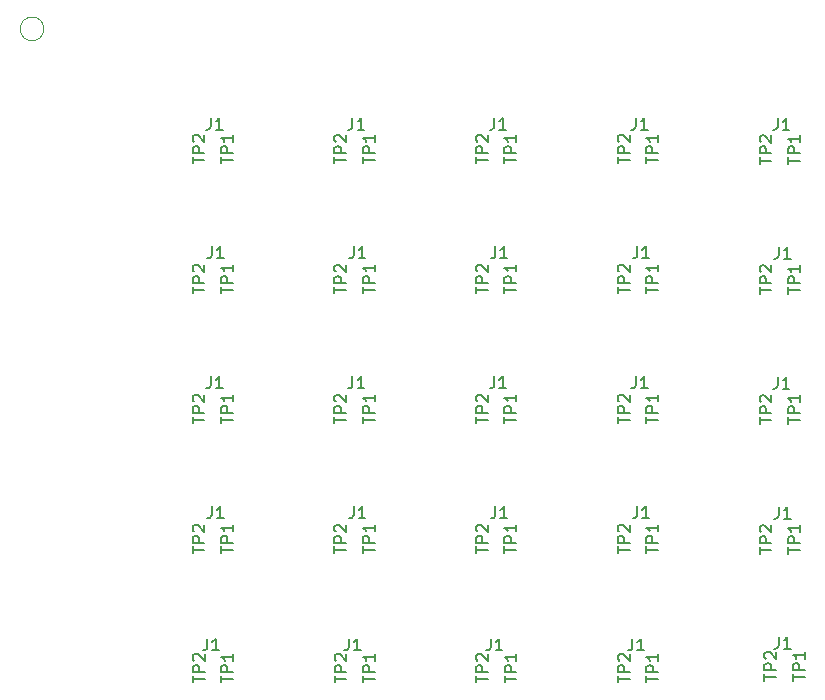
<source format=gbr>
%TF.GenerationSoftware,KiCad,Pcbnew,(6.0.0)*%
%TF.CreationDate,2022-12-07T10:36:55-05:00*%
%TF.ProjectId,onix-coax-adapter-xfl-a_panel,6f6e6978-2d63-46f6-9178-2d6164617074,A*%
%TF.SameCoordinates,Original*%
%TF.FileFunction,AssemblyDrawing,Top*%
%FSLAX46Y46*%
G04 Gerber Fmt 4.6, Leading zero omitted, Abs format (unit mm)*
G04 Created by KiCad (PCBNEW (6.0.0)) date 2022-12-07 10:36:55*
%MOMM*%
%LPD*%
G01*
G04 APERTURE LIST*
%ADD10C,0.150000*%
%ADD11C,0.100000*%
G04 APERTURE END LIST*
D10*
%TO.C,J1*%
X170026666Y-108474461D02*
X170026666Y-109188747D01*
X169979047Y-109331604D01*
X169883809Y-109426842D01*
X169740952Y-109474461D01*
X169645714Y-109474461D01*
X171026666Y-109474461D02*
X170455238Y-109474461D01*
X170740952Y-109474461D02*
X170740952Y-108474461D01*
X170645714Y-108617319D01*
X170550476Y-108712557D01*
X170455238Y-108760176D01*
X194026666Y-108474461D02*
X194026666Y-109188747D01*
X193979047Y-109331604D01*
X193883809Y-109426842D01*
X193740952Y-109474461D01*
X193645714Y-109474461D01*
X195026666Y-109474461D02*
X194455238Y-109474461D01*
X194740952Y-109474461D02*
X194740952Y-108474461D01*
X194645714Y-108617319D01*
X194550476Y-108712557D01*
X194455238Y-108760176D01*
%TO.C,TP2*%
X168798380Y-90245985D02*
X168798380Y-89674557D01*
X169798380Y-89960271D02*
X168798380Y-89960271D01*
X169798380Y-89341223D02*
X168798380Y-89341223D01*
X168798380Y-88960271D01*
X168846000Y-88865033D01*
X168893619Y-88817414D01*
X168988857Y-88769795D01*
X169131714Y-88769795D01*
X169226952Y-88817414D01*
X169274571Y-88865033D01*
X169322190Y-88960271D01*
X169322190Y-89341223D01*
X168893619Y-88388842D02*
X168846000Y-88341223D01*
X168798380Y-88245985D01*
X168798380Y-88007890D01*
X168846000Y-87912652D01*
X168893619Y-87865033D01*
X168988857Y-87817414D01*
X169084095Y-87817414D01*
X169226952Y-87865033D01*
X169798380Y-88436461D01*
X169798380Y-87817414D01*
X156798380Y-79245985D02*
X156798380Y-78674557D01*
X157798380Y-78960271D02*
X156798380Y-78960271D01*
X157798380Y-78341223D02*
X156798380Y-78341223D01*
X156798380Y-77960271D01*
X156846000Y-77865033D01*
X156893619Y-77817414D01*
X156988857Y-77769795D01*
X157131714Y-77769795D01*
X157226952Y-77817414D01*
X157274571Y-77865033D01*
X157322190Y-77960271D01*
X157322190Y-78341223D01*
X156893619Y-77388842D02*
X156846000Y-77341223D01*
X156798380Y-77245985D01*
X156798380Y-77007890D01*
X156846000Y-76912652D01*
X156893619Y-76865033D01*
X156988857Y-76817414D01*
X157084095Y-76817414D01*
X157226952Y-76865033D01*
X157798380Y-77436461D01*
X157798380Y-76817414D01*
%TO.C,TP1*%
X171198380Y-101245985D02*
X171198380Y-100674557D01*
X172198380Y-100960271D02*
X171198380Y-100960271D01*
X172198380Y-100341223D02*
X171198380Y-100341223D01*
X171198380Y-99960271D01*
X171246000Y-99865033D01*
X171293619Y-99817414D01*
X171388857Y-99769795D01*
X171531714Y-99769795D01*
X171626952Y-99817414D01*
X171674571Y-99865033D01*
X171722190Y-99960271D01*
X171722190Y-100341223D01*
X172198380Y-98817414D02*
X172198380Y-99388842D01*
X172198380Y-99103128D02*
X171198380Y-99103128D01*
X171341238Y-99198366D01*
X171436476Y-99293604D01*
X171484095Y-99388842D01*
X207198380Y-90283985D02*
X207198380Y-89712557D01*
X208198380Y-89998271D02*
X207198380Y-89998271D01*
X208198380Y-89379223D02*
X207198380Y-89379223D01*
X207198380Y-88998271D01*
X207246000Y-88903033D01*
X207293619Y-88855414D01*
X207388857Y-88807795D01*
X207531714Y-88807795D01*
X207626952Y-88855414D01*
X207674571Y-88903033D01*
X207722190Y-88998271D01*
X207722190Y-89379223D01*
X208198380Y-87855414D02*
X208198380Y-88426842D01*
X208198380Y-88141128D02*
X207198380Y-88141128D01*
X207341238Y-88236366D01*
X207436476Y-88331604D01*
X207484095Y-88426842D01*
X159198380Y-101245985D02*
X159198380Y-100674557D01*
X160198380Y-100960271D02*
X159198380Y-100960271D01*
X160198380Y-100341223D02*
X159198380Y-100341223D01*
X159198380Y-99960271D01*
X159246000Y-99865033D01*
X159293619Y-99817414D01*
X159388857Y-99769795D01*
X159531714Y-99769795D01*
X159626952Y-99817414D01*
X159674571Y-99865033D01*
X159722190Y-99960271D01*
X159722190Y-100341223D01*
X160198380Y-98817414D02*
X160198380Y-99388842D01*
X160198380Y-99103128D02*
X159198380Y-99103128D01*
X159341238Y-99198366D01*
X159436476Y-99293604D01*
X159484095Y-99388842D01*
%TO.C,J1*%
X170426666Y-75274461D02*
X170426666Y-75988747D01*
X170379047Y-76131604D01*
X170283809Y-76226842D01*
X170140952Y-76274461D01*
X170045714Y-76274461D01*
X171426666Y-76274461D02*
X170855238Y-76274461D01*
X171140952Y-76274461D02*
X171140952Y-75274461D01*
X171045714Y-75417319D01*
X170950476Y-75512557D01*
X170855238Y-75560176D01*
%TO.C,TP2*%
X156812380Y-112183985D02*
X156812380Y-111612557D01*
X157812380Y-111898271D02*
X156812380Y-111898271D01*
X157812380Y-111279223D02*
X156812380Y-111279223D01*
X156812380Y-110898271D01*
X156860000Y-110803033D01*
X156907619Y-110755414D01*
X157002857Y-110707795D01*
X157145714Y-110707795D01*
X157240952Y-110755414D01*
X157288571Y-110803033D01*
X157336190Y-110898271D01*
X157336190Y-111279223D01*
X156907619Y-110326842D02*
X156860000Y-110279223D01*
X156812380Y-110183985D01*
X156812380Y-109945890D01*
X156860000Y-109850652D01*
X156907619Y-109803033D01*
X157002857Y-109755414D01*
X157098095Y-109755414D01*
X157240952Y-109803033D01*
X157812380Y-110374461D01*
X157812380Y-109755414D01*
%TO.C,TP1*%
X195198380Y-101245985D02*
X195198380Y-100674557D01*
X196198380Y-100960271D02*
X195198380Y-100960271D01*
X196198380Y-100341223D02*
X195198380Y-100341223D01*
X195198380Y-99960271D01*
X195246000Y-99865033D01*
X195293619Y-99817414D01*
X195388857Y-99769795D01*
X195531714Y-99769795D01*
X195626952Y-99817414D01*
X195674571Y-99865033D01*
X195722190Y-99960271D01*
X195722190Y-100341223D01*
X196198380Y-98817414D02*
X196198380Y-99388842D01*
X196198380Y-99103128D02*
X195198380Y-99103128D01*
X195341238Y-99198366D01*
X195436476Y-99293604D01*
X195484095Y-99388842D01*
%TO.C,J1*%
X194426666Y-75274461D02*
X194426666Y-75988747D01*
X194379047Y-76131604D01*
X194283809Y-76226842D01*
X194140952Y-76274461D01*
X194045714Y-76274461D01*
X195426666Y-76274461D02*
X194855238Y-76274461D01*
X195140952Y-76274461D02*
X195140952Y-75274461D01*
X195045714Y-75417319D01*
X194950476Y-75512557D01*
X194855238Y-75560176D01*
%TO.C,TP2*%
X180798380Y-90245985D02*
X180798380Y-89674557D01*
X181798380Y-89960271D02*
X180798380Y-89960271D01*
X181798380Y-89341223D02*
X180798380Y-89341223D01*
X180798380Y-88960271D01*
X180846000Y-88865033D01*
X180893619Y-88817414D01*
X180988857Y-88769795D01*
X181131714Y-88769795D01*
X181226952Y-88817414D01*
X181274571Y-88865033D01*
X181322190Y-88960271D01*
X181322190Y-89341223D01*
X180893619Y-88388842D02*
X180846000Y-88341223D01*
X180798380Y-88245985D01*
X180798380Y-88007890D01*
X180846000Y-87912652D01*
X180893619Y-87865033D01*
X180988857Y-87817414D01*
X181084095Y-87817414D01*
X181226952Y-87865033D01*
X181798380Y-88436461D01*
X181798380Y-87817414D01*
%TO.C,TP1*%
X159198380Y-68245985D02*
X159198380Y-67674557D01*
X160198380Y-67960271D02*
X159198380Y-67960271D01*
X160198380Y-67341223D02*
X159198380Y-67341223D01*
X159198380Y-66960271D01*
X159246000Y-66865033D01*
X159293619Y-66817414D01*
X159388857Y-66769795D01*
X159531714Y-66769795D01*
X159626952Y-66817414D01*
X159674571Y-66865033D01*
X159722190Y-66960271D01*
X159722190Y-67341223D01*
X160198380Y-65817414D02*
X160198380Y-66388842D01*
X160198380Y-66103128D02*
X159198380Y-66103128D01*
X159341238Y-66198366D01*
X159436476Y-66293604D01*
X159484095Y-66388842D01*
%TO.C,TP2*%
X168798380Y-101245985D02*
X168798380Y-100674557D01*
X169798380Y-100960271D02*
X168798380Y-100960271D01*
X169798380Y-100341223D02*
X168798380Y-100341223D01*
X168798380Y-99960271D01*
X168846000Y-99865033D01*
X168893619Y-99817414D01*
X168988857Y-99769795D01*
X169131714Y-99769795D01*
X169226952Y-99817414D01*
X169274571Y-99865033D01*
X169322190Y-99960271D01*
X169322190Y-100341223D01*
X168893619Y-99388842D02*
X168846000Y-99341223D01*
X168798380Y-99245985D01*
X168798380Y-99007890D01*
X168846000Y-98912652D01*
X168893619Y-98865033D01*
X168988857Y-98817414D01*
X169084095Y-98817414D01*
X169226952Y-98865033D01*
X169798380Y-99436461D01*
X169798380Y-98817414D01*
%TO.C,TP1*%
X159212380Y-112183985D02*
X159212380Y-111612557D01*
X160212380Y-111898271D02*
X159212380Y-111898271D01*
X160212380Y-111279223D02*
X159212380Y-111279223D01*
X159212380Y-110898271D01*
X159260000Y-110803033D01*
X159307619Y-110755414D01*
X159402857Y-110707795D01*
X159545714Y-110707795D01*
X159640952Y-110755414D01*
X159688571Y-110803033D01*
X159736190Y-110898271D01*
X159736190Y-111279223D01*
X160212380Y-109755414D02*
X160212380Y-110326842D01*
X160212380Y-110041128D02*
X159212380Y-110041128D01*
X159355238Y-110136366D01*
X159450476Y-110231604D01*
X159498095Y-110326842D01*
%TO.C,TP2*%
X180798380Y-68245985D02*
X180798380Y-67674557D01*
X181798380Y-67960271D02*
X180798380Y-67960271D01*
X181798380Y-67341223D02*
X180798380Y-67341223D01*
X180798380Y-66960271D01*
X180846000Y-66865033D01*
X180893619Y-66817414D01*
X180988857Y-66769795D01*
X181131714Y-66769795D01*
X181226952Y-66817414D01*
X181274571Y-66865033D01*
X181322190Y-66960271D01*
X181322190Y-67341223D01*
X180893619Y-66388842D02*
X180846000Y-66341223D01*
X180798380Y-66245985D01*
X180798380Y-66007890D01*
X180846000Y-65912652D01*
X180893619Y-65865033D01*
X180988857Y-65817414D01*
X181084095Y-65817414D01*
X181226952Y-65865033D01*
X181798380Y-66436461D01*
X181798380Y-65817414D01*
%TO.C,J1*%
X182426666Y-75274461D02*
X182426666Y-75988747D01*
X182379047Y-76131604D01*
X182283809Y-76226842D01*
X182140952Y-76274461D01*
X182045714Y-76274461D01*
X183426666Y-76274461D02*
X182855238Y-76274461D01*
X183140952Y-76274461D02*
X183140952Y-75274461D01*
X183045714Y-75417319D01*
X182950476Y-75512557D01*
X182855238Y-75560176D01*
%TO.C,TP1*%
X207198380Y-101283985D02*
X207198380Y-100712557D01*
X208198380Y-100998271D02*
X207198380Y-100998271D01*
X208198380Y-100379223D02*
X207198380Y-100379223D01*
X207198380Y-99998271D01*
X207246000Y-99903033D01*
X207293619Y-99855414D01*
X207388857Y-99807795D01*
X207531714Y-99807795D01*
X207626952Y-99855414D01*
X207674571Y-99903033D01*
X207722190Y-99998271D01*
X207722190Y-100379223D01*
X208198380Y-98855414D02*
X208198380Y-99426842D01*
X208198380Y-99141128D02*
X207198380Y-99141128D01*
X207341238Y-99236366D01*
X207436476Y-99331604D01*
X207484095Y-99426842D01*
%TO.C,J1*%
X182026666Y-108474461D02*
X182026666Y-109188747D01*
X181979047Y-109331604D01*
X181883809Y-109426842D01*
X181740952Y-109474461D01*
X181645714Y-109474461D01*
X183026666Y-109474461D02*
X182455238Y-109474461D01*
X182740952Y-109474461D02*
X182740952Y-108474461D01*
X182645714Y-108617319D01*
X182550476Y-108712557D01*
X182455238Y-108760176D01*
%TO.C,TP2*%
X168812380Y-112183985D02*
X168812380Y-111612557D01*
X169812380Y-111898271D02*
X168812380Y-111898271D01*
X169812380Y-111279223D02*
X168812380Y-111279223D01*
X168812380Y-110898271D01*
X168860000Y-110803033D01*
X168907619Y-110755414D01*
X169002857Y-110707795D01*
X169145714Y-110707795D01*
X169240952Y-110755414D01*
X169288571Y-110803033D01*
X169336190Y-110898271D01*
X169336190Y-111279223D01*
X168907619Y-110326842D02*
X168860000Y-110279223D01*
X168812380Y-110183985D01*
X168812380Y-109945890D01*
X168860000Y-109850652D01*
X168907619Y-109803033D01*
X169002857Y-109755414D01*
X169098095Y-109755414D01*
X169240952Y-109803033D01*
X169812380Y-110374461D01*
X169812380Y-109755414D01*
X192798380Y-79245985D02*
X192798380Y-78674557D01*
X193798380Y-78960271D02*
X192798380Y-78960271D01*
X193798380Y-78341223D02*
X192798380Y-78341223D01*
X192798380Y-77960271D01*
X192846000Y-77865033D01*
X192893619Y-77817414D01*
X192988857Y-77769795D01*
X193131714Y-77769795D01*
X193226952Y-77817414D01*
X193274571Y-77865033D01*
X193322190Y-77960271D01*
X193322190Y-78341223D01*
X192893619Y-77388842D02*
X192846000Y-77341223D01*
X192798380Y-77245985D01*
X192798380Y-77007890D01*
X192846000Y-76912652D01*
X192893619Y-76865033D01*
X192988857Y-76817414D01*
X193084095Y-76817414D01*
X193226952Y-76865033D01*
X193798380Y-77436461D01*
X193798380Y-76817414D01*
X156798380Y-90245985D02*
X156798380Y-89674557D01*
X157798380Y-89960271D02*
X156798380Y-89960271D01*
X157798380Y-89341223D02*
X156798380Y-89341223D01*
X156798380Y-88960271D01*
X156846000Y-88865033D01*
X156893619Y-88817414D01*
X156988857Y-88769795D01*
X157131714Y-88769795D01*
X157226952Y-88817414D01*
X157274571Y-88865033D01*
X157322190Y-88960271D01*
X157322190Y-89341223D01*
X156893619Y-88388842D02*
X156846000Y-88341223D01*
X156798380Y-88245985D01*
X156798380Y-88007890D01*
X156846000Y-87912652D01*
X156893619Y-87865033D01*
X156988857Y-87817414D01*
X157084095Y-87817414D01*
X157226952Y-87865033D01*
X157798380Y-88436461D01*
X157798380Y-87817414D01*
%TO.C,TP1*%
X207612380Y-112021985D02*
X207612380Y-111450557D01*
X208612380Y-111736271D02*
X207612380Y-111736271D01*
X208612380Y-111117223D02*
X207612380Y-111117223D01*
X207612380Y-110736271D01*
X207660000Y-110641033D01*
X207707619Y-110593414D01*
X207802857Y-110545795D01*
X207945714Y-110545795D01*
X208040952Y-110593414D01*
X208088571Y-110641033D01*
X208136190Y-110736271D01*
X208136190Y-111117223D01*
X208612380Y-109593414D02*
X208612380Y-110164842D01*
X208612380Y-109879128D02*
X207612380Y-109879128D01*
X207755238Y-109974366D01*
X207850476Y-110069604D01*
X207898095Y-110164842D01*
X171198380Y-90245985D02*
X171198380Y-89674557D01*
X172198380Y-89960271D02*
X171198380Y-89960271D01*
X172198380Y-89341223D02*
X171198380Y-89341223D01*
X171198380Y-88960271D01*
X171246000Y-88865033D01*
X171293619Y-88817414D01*
X171388857Y-88769795D01*
X171531714Y-88769795D01*
X171626952Y-88817414D01*
X171674571Y-88865033D01*
X171722190Y-88960271D01*
X171722190Y-89341223D01*
X172198380Y-87817414D02*
X172198380Y-88388842D01*
X172198380Y-88103128D02*
X171198380Y-88103128D01*
X171341238Y-88198366D01*
X171436476Y-88293604D01*
X171484095Y-88388842D01*
%TO.C,J1*%
X194326666Y-64374461D02*
X194326666Y-65088747D01*
X194279047Y-65231604D01*
X194183809Y-65326842D01*
X194040952Y-65374461D01*
X193945714Y-65374461D01*
X195326666Y-65374461D02*
X194755238Y-65374461D01*
X195040952Y-65374461D02*
X195040952Y-64374461D01*
X194945714Y-64517319D01*
X194850476Y-64612557D01*
X194755238Y-64660176D01*
X182326666Y-86274461D02*
X182326666Y-86988747D01*
X182279047Y-87131604D01*
X182183809Y-87226842D01*
X182040952Y-87274461D01*
X181945714Y-87274461D01*
X183326666Y-87274461D02*
X182755238Y-87274461D01*
X183040952Y-87274461D02*
X183040952Y-86274461D01*
X182945714Y-86417319D01*
X182850476Y-86512557D01*
X182755238Y-86560176D01*
%TO.C,TP1*%
X171198380Y-68245985D02*
X171198380Y-67674557D01*
X172198380Y-67960271D02*
X171198380Y-67960271D01*
X172198380Y-67341223D02*
X171198380Y-67341223D01*
X171198380Y-66960271D01*
X171246000Y-66865033D01*
X171293619Y-66817414D01*
X171388857Y-66769795D01*
X171531714Y-66769795D01*
X171626952Y-66817414D01*
X171674571Y-66865033D01*
X171722190Y-66960271D01*
X171722190Y-67341223D01*
X172198380Y-65817414D02*
X172198380Y-66388842D01*
X172198380Y-66103128D02*
X171198380Y-66103128D01*
X171341238Y-66198366D01*
X171436476Y-66293604D01*
X171484095Y-66388842D01*
%TO.C,TP2*%
X180798380Y-101245985D02*
X180798380Y-100674557D01*
X181798380Y-100960271D02*
X180798380Y-100960271D01*
X181798380Y-100341223D02*
X180798380Y-100341223D01*
X180798380Y-99960271D01*
X180846000Y-99865033D01*
X180893619Y-99817414D01*
X180988857Y-99769795D01*
X181131714Y-99769795D01*
X181226952Y-99817414D01*
X181274571Y-99865033D01*
X181322190Y-99960271D01*
X181322190Y-100341223D01*
X180893619Y-99388842D02*
X180846000Y-99341223D01*
X180798380Y-99245985D01*
X180798380Y-99007890D01*
X180846000Y-98912652D01*
X180893619Y-98865033D01*
X180988857Y-98817414D01*
X181084095Y-98817414D01*
X181226952Y-98865033D01*
X181798380Y-99436461D01*
X181798380Y-98817414D01*
%TO.C,J1*%
X158426666Y-97274461D02*
X158426666Y-97988747D01*
X158379047Y-98131604D01*
X158283809Y-98226842D01*
X158140952Y-98274461D01*
X158045714Y-98274461D01*
X159426666Y-98274461D02*
X158855238Y-98274461D01*
X159140952Y-98274461D02*
X159140952Y-97274461D01*
X159045714Y-97417319D01*
X158950476Y-97512557D01*
X158855238Y-97560176D01*
X182426666Y-97274461D02*
X182426666Y-97988747D01*
X182379047Y-98131604D01*
X182283809Y-98226842D01*
X182140952Y-98274461D01*
X182045714Y-98274461D01*
X183426666Y-98274461D02*
X182855238Y-98274461D01*
X183140952Y-98274461D02*
X183140952Y-97274461D01*
X183045714Y-97417319D01*
X182950476Y-97512557D01*
X182855238Y-97560176D01*
%TO.C,TP2*%
X180812380Y-112183985D02*
X180812380Y-111612557D01*
X181812380Y-111898271D02*
X180812380Y-111898271D01*
X181812380Y-111279223D02*
X180812380Y-111279223D01*
X180812380Y-110898271D01*
X180860000Y-110803033D01*
X180907619Y-110755414D01*
X181002857Y-110707795D01*
X181145714Y-110707795D01*
X181240952Y-110755414D01*
X181288571Y-110803033D01*
X181336190Y-110898271D01*
X181336190Y-111279223D01*
X180907619Y-110326842D02*
X180860000Y-110279223D01*
X180812380Y-110183985D01*
X180812380Y-109945890D01*
X180860000Y-109850652D01*
X180907619Y-109803033D01*
X181002857Y-109755414D01*
X181098095Y-109755414D01*
X181240952Y-109803033D01*
X181812380Y-110374461D01*
X181812380Y-109755414D01*
%TO.C,J1*%
X206426666Y-97312461D02*
X206426666Y-98026747D01*
X206379047Y-98169604D01*
X206283809Y-98264842D01*
X206140952Y-98312461D01*
X206045714Y-98312461D01*
X207426666Y-98312461D02*
X206855238Y-98312461D01*
X207140952Y-98312461D02*
X207140952Y-97312461D01*
X207045714Y-97455319D01*
X206950476Y-97550557D01*
X206855238Y-97598176D01*
%TO.C,TP2*%
X180798380Y-79245985D02*
X180798380Y-78674557D01*
X181798380Y-78960271D02*
X180798380Y-78960271D01*
X181798380Y-78341223D02*
X180798380Y-78341223D01*
X180798380Y-77960271D01*
X180846000Y-77865033D01*
X180893619Y-77817414D01*
X180988857Y-77769795D01*
X181131714Y-77769795D01*
X181226952Y-77817414D01*
X181274571Y-77865033D01*
X181322190Y-77960271D01*
X181322190Y-78341223D01*
X180893619Y-77388842D02*
X180846000Y-77341223D01*
X180798380Y-77245985D01*
X180798380Y-77007890D01*
X180846000Y-76912652D01*
X180893619Y-76865033D01*
X180988857Y-76817414D01*
X181084095Y-76817414D01*
X181226952Y-76865033D01*
X181798380Y-77436461D01*
X181798380Y-76817414D01*
%TO.C,TP1*%
X171212380Y-112183985D02*
X171212380Y-111612557D01*
X172212380Y-111898271D02*
X171212380Y-111898271D01*
X172212380Y-111279223D02*
X171212380Y-111279223D01*
X171212380Y-110898271D01*
X171260000Y-110803033D01*
X171307619Y-110755414D01*
X171402857Y-110707795D01*
X171545714Y-110707795D01*
X171640952Y-110755414D01*
X171688571Y-110803033D01*
X171736190Y-110898271D01*
X171736190Y-111279223D01*
X172212380Y-109755414D02*
X172212380Y-110326842D01*
X172212380Y-110041128D02*
X171212380Y-110041128D01*
X171355238Y-110136366D01*
X171450476Y-110231604D01*
X171498095Y-110326842D01*
X195198380Y-68245985D02*
X195198380Y-67674557D01*
X196198380Y-67960271D02*
X195198380Y-67960271D01*
X196198380Y-67341223D02*
X195198380Y-67341223D01*
X195198380Y-66960271D01*
X195246000Y-66865033D01*
X195293619Y-66817414D01*
X195388857Y-66769795D01*
X195531714Y-66769795D01*
X195626952Y-66817414D01*
X195674571Y-66865033D01*
X195722190Y-66960271D01*
X195722190Y-67341223D01*
X196198380Y-65817414D02*
X196198380Y-66388842D01*
X196198380Y-66103128D02*
X195198380Y-66103128D01*
X195341238Y-66198366D01*
X195436476Y-66293604D01*
X195484095Y-66388842D01*
%TO.C,TP2*%
X192798380Y-90245985D02*
X192798380Y-89674557D01*
X193798380Y-89960271D02*
X192798380Y-89960271D01*
X193798380Y-89341223D02*
X192798380Y-89341223D01*
X192798380Y-88960271D01*
X192846000Y-88865033D01*
X192893619Y-88817414D01*
X192988857Y-88769795D01*
X193131714Y-88769795D01*
X193226952Y-88817414D01*
X193274571Y-88865033D01*
X193322190Y-88960271D01*
X193322190Y-89341223D01*
X192893619Y-88388842D02*
X192846000Y-88341223D01*
X192798380Y-88245985D01*
X192798380Y-88007890D01*
X192846000Y-87912652D01*
X192893619Y-87865033D01*
X192988857Y-87817414D01*
X193084095Y-87817414D01*
X193226952Y-87865033D01*
X193798380Y-88436461D01*
X193798380Y-87817414D01*
%TO.C,J1*%
X158326666Y-64374461D02*
X158326666Y-65088747D01*
X158279047Y-65231604D01*
X158183809Y-65326842D01*
X158040952Y-65374461D01*
X157945714Y-65374461D01*
X159326666Y-65374461D02*
X158755238Y-65374461D01*
X159040952Y-65374461D02*
X159040952Y-64374461D01*
X158945714Y-64517319D01*
X158850476Y-64612557D01*
X158755238Y-64660176D01*
X170326666Y-64374461D02*
X170326666Y-65088747D01*
X170279047Y-65231604D01*
X170183809Y-65326842D01*
X170040952Y-65374461D01*
X169945714Y-65374461D01*
X171326666Y-65374461D02*
X170755238Y-65374461D01*
X171040952Y-65374461D02*
X171040952Y-64374461D01*
X170945714Y-64517319D01*
X170850476Y-64612557D01*
X170755238Y-64660176D01*
%TO.C,TP2*%
X168798380Y-68245985D02*
X168798380Y-67674557D01*
X169798380Y-67960271D02*
X168798380Y-67960271D01*
X169798380Y-67341223D02*
X168798380Y-67341223D01*
X168798380Y-66960271D01*
X168846000Y-66865033D01*
X168893619Y-66817414D01*
X168988857Y-66769795D01*
X169131714Y-66769795D01*
X169226952Y-66817414D01*
X169274571Y-66865033D01*
X169322190Y-66960271D01*
X169322190Y-67341223D01*
X168893619Y-66388842D02*
X168846000Y-66341223D01*
X168798380Y-66245985D01*
X168798380Y-66007890D01*
X168846000Y-65912652D01*
X168893619Y-65865033D01*
X168988857Y-65817414D01*
X169084095Y-65817414D01*
X169226952Y-65865033D01*
X169798380Y-66436461D01*
X169798380Y-65817414D01*
X192812380Y-112183985D02*
X192812380Y-111612557D01*
X193812380Y-111898271D02*
X192812380Y-111898271D01*
X193812380Y-111279223D02*
X192812380Y-111279223D01*
X192812380Y-110898271D01*
X192860000Y-110803033D01*
X192907619Y-110755414D01*
X193002857Y-110707795D01*
X193145714Y-110707795D01*
X193240952Y-110755414D01*
X193288571Y-110803033D01*
X193336190Y-110898271D01*
X193336190Y-111279223D01*
X192907619Y-110326842D02*
X192860000Y-110279223D01*
X192812380Y-110183985D01*
X192812380Y-109945890D01*
X192860000Y-109850652D01*
X192907619Y-109803033D01*
X193002857Y-109755414D01*
X193098095Y-109755414D01*
X193240952Y-109803033D01*
X193812380Y-110374461D01*
X193812380Y-109755414D01*
%TO.C,J1*%
X182326666Y-64374461D02*
X182326666Y-65088747D01*
X182279047Y-65231604D01*
X182183809Y-65326842D01*
X182040952Y-65374461D01*
X181945714Y-65374461D01*
X183326666Y-65374461D02*
X182755238Y-65374461D01*
X183040952Y-65374461D02*
X183040952Y-64374461D01*
X182945714Y-64517319D01*
X182850476Y-64612557D01*
X182755238Y-64660176D01*
%TO.C,TP1*%
X207198380Y-68283985D02*
X207198380Y-67712557D01*
X208198380Y-67998271D02*
X207198380Y-67998271D01*
X208198380Y-67379223D02*
X207198380Y-67379223D01*
X207198380Y-66998271D01*
X207246000Y-66903033D01*
X207293619Y-66855414D01*
X207388857Y-66807795D01*
X207531714Y-66807795D01*
X207626952Y-66855414D01*
X207674571Y-66903033D01*
X207722190Y-66998271D01*
X207722190Y-67379223D01*
X208198380Y-65855414D02*
X208198380Y-66426842D01*
X208198380Y-66141128D02*
X207198380Y-66141128D01*
X207341238Y-66236366D01*
X207436476Y-66331604D01*
X207484095Y-66426842D01*
%TO.C,J1*%
X206326666Y-86312461D02*
X206326666Y-87026747D01*
X206279047Y-87169604D01*
X206183809Y-87264842D01*
X206040952Y-87312461D01*
X205945714Y-87312461D01*
X207326666Y-87312461D02*
X206755238Y-87312461D01*
X207040952Y-87312461D02*
X207040952Y-86312461D01*
X206945714Y-86455319D01*
X206850476Y-86550557D01*
X206755238Y-86598176D01*
%TO.C,TP1*%
X183198380Y-68245985D02*
X183198380Y-67674557D01*
X184198380Y-67960271D02*
X183198380Y-67960271D01*
X184198380Y-67341223D02*
X183198380Y-67341223D01*
X183198380Y-66960271D01*
X183246000Y-66865033D01*
X183293619Y-66817414D01*
X183388857Y-66769795D01*
X183531714Y-66769795D01*
X183626952Y-66817414D01*
X183674571Y-66865033D01*
X183722190Y-66960271D01*
X183722190Y-67341223D01*
X184198380Y-65817414D02*
X184198380Y-66388842D01*
X184198380Y-66103128D02*
X183198380Y-66103128D01*
X183341238Y-66198366D01*
X183436476Y-66293604D01*
X183484095Y-66388842D01*
%TO.C,J1*%
X206426666Y-75312461D02*
X206426666Y-76026747D01*
X206379047Y-76169604D01*
X206283809Y-76264842D01*
X206140952Y-76312461D01*
X206045714Y-76312461D01*
X207426666Y-76312461D02*
X206855238Y-76312461D01*
X207140952Y-76312461D02*
X207140952Y-75312461D01*
X207045714Y-75455319D01*
X206950476Y-75550557D01*
X206855238Y-75598176D01*
%TO.C,TP2*%
X192798380Y-101245985D02*
X192798380Y-100674557D01*
X193798380Y-100960271D02*
X192798380Y-100960271D01*
X193798380Y-100341223D02*
X192798380Y-100341223D01*
X192798380Y-99960271D01*
X192846000Y-99865033D01*
X192893619Y-99817414D01*
X192988857Y-99769795D01*
X193131714Y-99769795D01*
X193226952Y-99817414D01*
X193274571Y-99865033D01*
X193322190Y-99960271D01*
X193322190Y-100341223D01*
X192893619Y-99388842D02*
X192846000Y-99341223D01*
X192798380Y-99245985D01*
X192798380Y-99007890D01*
X192846000Y-98912652D01*
X192893619Y-98865033D01*
X192988857Y-98817414D01*
X193084095Y-98817414D01*
X193226952Y-98865033D01*
X193798380Y-99436461D01*
X193798380Y-98817414D01*
X192798380Y-68245985D02*
X192798380Y-67674557D01*
X193798380Y-67960271D02*
X192798380Y-67960271D01*
X193798380Y-67341223D02*
X192798380Y-67341223D01*
X192798380Y-66960271D01*
X192846000Y-66865033D01*
X192893619Y-66817414D01*
X192988857Y-66769795D01*
X193131714Y-66769795D01*
X193226952Y-66817414D01*
X193274571Y-66865033D01*
X193322190Y-66960271D01*
X193322190Y-67341223D01*
X192893619Y-66388842D02*
X192846000Y-66341223D01*
X192798380Y-66245985D01*
X192798380Y-66007890D01*
X192846000Y-65912652D01*
X192893619Y-65865033D01*
X192988857Y-65817414D01*
X193084095Y-65817414D01*
X193226952Y-65865033D01*
X193798380Y-66436461D01*
X193798380Y-65817414D01*
%TO.C,J1*%
X194326666Y-86274461D02*
X194326666Y-86988747D01*
X194279047Y-87131604D01*
X194183809Y-87226842D01*
X194040952Y-87274461D01*
X193945714Y-87274461D01*
X195326666Y-87274461D02*
X194755238Y-87274461D01*
X195040952Y-87274461D02*
X195040952Y-86274461D01*
X194945714Y-86417319D01*
X194850476Y-86512557D01*
X194755238Y-86560176D01*
%TO.C,TP2*%
X168798380Y-79245985D02*
X168798380Y-78674557D01*
X169798380Y-78960271D02*
X168798380Y-78960271D01*
X169798380Y-78341223D02*
X168798380Y-78341223D01*
X168798380Y-77960271D01*
X168846000Y-77865033D01*
X168893619Y-77817414D01*
X168988857Y-77769795D01*
X169131714Y-77769795D01*
X169226952Y-77817414D01*
X169274571Y-77865033D01*
X169322190Y-77960271D01*
X169322190Y-78341223D01*
X168893619Y-77388842D02*
X168846000Y-77341223D01*
X168798380Y-77245985D01*
X168798380Y-77007890D01*
X168846000Y-76912652D01*
X168893619Y-76865033D01*
X168988857Y-76817414D01*
X169084095Y-76817414D01*
X169226952Y-76865033D01*
X169798380Y-77436461D01*
X169798380Y-76817414D01*
X156798380Y-68245985D02*
X156798380Y-67674557D01*
X157798380Y-67960271D02*
X156798380Y-67960271D01*
X157798380Y-67341223D02*
X156798380Y-67341223D01*
X156798380Y-66960271D01*
X156846000Y-66865033D01*
X156893619Y-66817414D01*
X156988857Y-66769795D01*
X157131714Y-66769795D01*
X157226952Y-66817414D01*
X157274571Y-66865033D01*
X157322190Y-66960271D01*
X157322190Y-67341223D01*
X156893619Y-66388842D02*
X156846000Y-66341223D01*
X156798380Y-66245985D01*
X156798380Y-66007890D01*
X156846000Y-65912652D01*
X156893619Y-65865033D01*
X156988857Y-65817414D01*
X157084095Y-65817414D01*
X157226952Y-65865033D01*
X157798380Y-66436461D01*
X157798380Y-65817414D01*
%TO.C,TP1*%
X183212380Y-112183985D02*
X183212380Y-111612557D01*
X184212380Y-111898271D02*
X183212380Y-111898271D01*
X184212380Y-111279223D02*
X183212380Y-111279223D01*
X183212380Y-110898271D01*
X183260000Y-110803033D01*
X183307619Y-110755414D01*
X183402857Y-110707795D01*
X183545714Y-110707795D01*
X183640952Y-110755414D01*
X183688571Y-110803033D01*
X183736190Y-110898271D01*
X183736190Y-111279223D01*
X184212380Y-109755414D02*
X184212380Y-110326842D01*
X184212380Y-110041128D02*
X183212380Y-110041128D01*
X183355238Y-110136366D01*
X183450476Y-110231604D01*
X183498095Y-110326842D01*
%TO.C,J1*%
X206326666Y-64412461D02*
X206326666Y-65126747D01*
X206279047Y-65269604D01*
X206183809Y-65364842D01*
X206040952Y-65412461D01*
X205945714Y-65412461D01*
X207326666Y-65412461D02*
X206755238Y-65412461D01*
X207040952Y-65412461D02*
X207040952Y-64412461D01*
X206945714Y-64555319D01*
X206850476Y-64650557D01*
X206755238Y-64698176D01*
%TO.C,TP1*%
X195212380Y-112183985D02*
X195212380Y-111612557D01*
X196212380Y-111898271D02*
X195212380Y-111898271D01*
X196212380Y-111279223D02*
X195212380Y-111279223D01*
X195212380Y-110898271D01*
X195260000Y-110803033D01*
X195307619Y-110755414D01*
X195402857Y-110707795D01*
X195545714Y-110707795D01*
X195640952Y-110755414D01*
X195688571Y-110803033D01*
X195736190Y-110898271D01*
X195736190Y-111279223D01*
X196212380Y-109755414D02*
X196212380Y-110326842D01*
X196212380Y-110041128D02*
X195212380Y-110041128D01*
X195355238Y-110136366D01*
X195450476Y-110231604D01*
X195498095Y-110326842D01*
%TO.C,J1*%
X158026666Y-108474461D02*
X158026666Y-109188747D01*
X157979047Y-109331604D01*
X157883809Y-109426842D01*
X157740952Y-109474461D01*
X157645714Y-109474461D01*
X159026666Y-109474461D02*
X158455238Y-109474461D01*
X158740952Y-109474461D02*
X158740952Y-108474461D01*
X158645714Y-108617319D01*
X158550476Y-108712557D01*
X158455238Y-108760176D01*
%TO.C,TP1*%
X207198380Y-79283985D02*
X207198380Y-78712557D01*
X208198380Y-78998271D02*
X207198380Y-78998271D01*
X208198380Y-78379223D02*
X207198380Y-78379223D01*
X207198380Y-77998271D01*
X207246000Y-77903033D01*
X207293619Y-77855414D01*
X207388857Y-77807795D01*
X207531714Y-77807795D01*
X207626952Y-77855414D01*
X207674571Y-77903033D01*
X207722190Y-77998271D01*
X207722190Y-78379223D01*
X208198380Y-76855414D02*
X208198380Y-77426842D01*
X208198380Y-77141128D02*
X207198380Y-77141128D01*
X207341238Y-77236366D01*
X207436476Y-77331604D01*
X207484095Y-77426842D01*
%TO.C,J1*%
X194426666Y-97274461D02*
X194426666Y-97988747D01*
X194379047Y-98131604D01*
X194283809Y-98226842D01*
X194140952Y-98274461D01*
X194045714Y-98274461D01*
X195426666Y-98274461D02*
X194855238Y-98274461D01*
X195140952Y-98274461D02*
X195140952Y-97274461D01*
X195045714Y-97417319D01*
X194950476Y-97512557D01*
X194855238Y-97560176D01*
X158326666Y-86274461D02*
X158326666Y-86988747D01*
X158279047Y-87131604D01*
X158183809Y-87226842D01*
X158040952Y-87274461D01*
X157945714Y-87274461D01*
X159326666Y-87274461D02*
X158755238Y-87274461D01*
X159040952Y-87274461D02*
X159040952Y-86274461D01*
X158945714Y-86417319D01*
X158850476Y-86512557D01*
X158755238Y-86560176D01*
%TO.C,TP2*%
X204798380Y-68283985D02*
X204798380Y-67712557D01*
X205798380Y-67998271D02*
X204798380Y-67998271D01*
X205798380Y-67379223D02*
X204798380Y-67379223D01*
X204798380Y-66998271D01*
X204846000Y-66903033D01*
X204893619Y-66855414D01*
X204988857Y-66807795D01*
X205131714Y-66807795D01*
X205226952Y-66855414D01*
X205274571Y-66903033D01*
X205322190Y-66998271D01*
X205322190Y-67379223D01*
X204893619Y-66426842D02*
X204846000Y-66379223D01*
X204798380Y-66283985D01*
X204798380Y-66045890D01*
X204846000Y-65950652D01*
X204893619Y-65903033D01*
X204988857Y-65855414D01*
X205084095Y-65855414D01*
X205226952Y-65903033D01*
X205798380Y-66474461D01*
X205798380Y-65855414D01*
%TO.C,J1*%
X170326666Y-86274461D02*
X170326666Y-86988747D01*
X170279047Y-87131604D01*
X170183809Y-87226842D01*
X170040952Y-87274461D01*
X169945714Y-87274461D01*
X171326666Y-87274461D02*
X170755238Y-87274461D01*
X171040952Y-87274461D02*
X171040952Y-86274461D01*
X170945714Y-86417319D01*
X170850476Y-86512557D01*
X170755238Y-86560176D01*
%TO.C,TP1*%
X195198380Y-79245985D02*
X195198380Y-78674557D01*
X196198380Y-78960271D02*
X195198380Y-78960271D01*
X196198380Y-78341223D02*
X195198380Y-78341223D01*
X195198380Y-77960271D01*
X195246000Y-77865033D01*
X195293619Y-77817414D01*
X195388857Y-77769795D01*
X195531714Y-77769795D01*
X195626952Y-77817414D01*
X195674571Y-77865033D01*
X195722190Y-77960271D01*
X195722190Y-78341223D01*
X196198380Y-76817414D02*
X196198380Y-77388842D01*
X196198380Y-77103128D02*
X195198380Y-77103128D01*
X195341238Y-77198366D01*
X195436476Y-77293604D01*
X195484095Y-77388842D01*
%TO.C,J1*%
X206426666Y-108312461D02*
X206426666Y-109026747D01*
X206379047Y-109169604D01*
X206283809Y-109264842D01*
X206140952Y-109312461D01*
X206045714Y-109312461D01*
X207426666Y-109312461D02*
X206855238Y-109312461D01*
X207140952Y-109312461D02*
X207140952Y-108312461D01*
X207045714Y-108455319D01*
X206950476Y-108550557D01*
X206855238Y-108598176D01*
%TO.C,TP1*%
X171198380Y-79245985D02*
X171198380Y-78674557D01*
X172198380Y-78960271D02*
X171198380Y-78960271D01*
X172198380Y-78341223D02*
X171198380Y-78341223D01*
X171198380Y-77960271D01*
X171246000Y-77865033D01*
X171293619Y-77817414D01*
X171388857Y-77769795D01*
X171531714Y-77769795D01*
X171626952Y-77817414D01*
X171674571Y-77865033D01*
X171722190Y-77960271D01*
X171722190Y-78341223D01*
X172198380Y-76817414D02*
X172198380Y-77388842D01*
X172198380Y-77103128D02*
X171198380Y-77103128D01*
X171341238Y-77198366D01*
X171436476Y-77293604D01*
X171484095Y-77388842D01*
%TO.C,J1*%
X170426666Y-97274461D02*
X170426666Y-97988747D01*
X170379047Y-98131604D01*
X170283809Y-98226842D01*
X170140952Y-98274461D01*
X170045714Y-98274461D01*
X171426666Y-98274461D02*
X170855238Y-98274461D01*
X171140952Y-98274461D02*
X171140952Y-97274461D01*
X171045714Y-97417319D01*
X170950476Y-97512557D01*
X170855238Y-97560176D01*
%TO.C,TP2*%
X204798380Y-79283985D02*
X204798380Y-78712557D01*
X205798380Y-78998271D02*
X204798380Y-78998271D01*
X205798380Y-78379223D02*
X204798380Y-78379223D01*
X204798380Y-77998271D01*
X204846000Y-77903033D01*
X204893619Y-77855414D01*
X204988857Y-77807795D01*
X205131714Y-77807795D01*
X205226952Y-77855414D01*
X205274571Y-77903033D01*
X205322190Y-77998271D01*
X205322190Y-78379223D01*
X204893619Y-77426842D02*
X204846000Y-77379223D01*
X204798380Y-77283985D01*
X204798380Y-77045890D01*
X204846000Y-76950652D01*
X204893619Y-76903033D01*
X204988857Y-76855414D01*
X205084095Y-76855414D01*
X205226952Y-76903033D01*
X205798380Y-77474461D01*
X205798380Y-76855414D01*
X204798380Y-90283985D02*
X204798380Y-89712557D01*
X205798380Y-89998271D02*
X204798380Y-89998271D01*
X205798380Y-89379223D02*
X204798380Y-89379223D01*
X204798380Y-88998271D01*
X204846000Y-88903033D01*
X204893619Y-88855414D01*
X204988857Y-88807795D01*
X205131714Y-88807795D01*
X205226952Y-88855414D01*
X205274571Y-88903033D01*
X205322190Y-88998271D01*
X205322190Y-89379223D01*
X204893619Y-88426842D02*
X204846000Y-88379223D01*
X204798380Y-88283985D01*
X204798380Y-88045890D01*
X204846000Y-87950652D01*
X204893619Y-87903033D01*
X204988857Y-87855414D01*
X205084095Y-87855414D01*
X205226952Y-87903033D01*
X205798380Y-88474461D01*
X205798380Y-87855414D01*
%TO.C,J1*%
X158426666Y-75274461D02*
X158426666Y-75988747D01*
X158379047Y-76131604D01*
X158283809Y-76226842D01*
X158140952Y-76274461D01*
X158045714Y-76274461D01*
X159426666Y-76274461D02*
X158855238Y-76274461D01*
X159140952Y-76274461D02*
X159140952Y-75274461D01*
X159045714Y-75417319D01*
X158950476Y-75512557D01*
X158855238Y-75560176D01*
%TO.C,TP1*%
X159198380Y-90245985D02*
X159198380Y-89674557D01*
X160198380Y-89960271D02*
X159198380Y-89960271D01*
X160198380Y-89341223D02*
X159198380Y-89341223D01*
X159198380Y-88960271D01*
X159246000Y-88865033D01*
X159293619Y-88817414D01*
X159388857Y-88769795D01*
X159531714Y-88769795D01*
X159626952Y-88817414D01*
X159674571Y-88865033D01*
X159722190Y-88960271D01*
X159722190Y-89341223D01*
X160198380Y-87817414D02*
X160198380Y-88388842D01*
X160198380Y-88103128D02*
X159198380Y-88103128D01*
X159341238Y-88198366D01*
X159436476Y-88293604D01*
X159484095Y-88388842D01*
%TO.C,TP2*%
X156798380Y-101245985D02*
X156798380Y-100674557D01*
X157798380Y-100960271D02*
X156798380Y-100960271D01*
X157798380Y-100341223D02*
X156798380Y-100341223D01*
X156798380Y-99960271D01*
X156846000Y-99865033D01*
X156893619Y-99817414D01*
X156988857Y-99769795D01*
X157131714Y-99769795D01*
X157226952Y-99817414D01*
X157274571Y-99865033D01*
X157322190Y-99960271D01*
X157322190Y-100341223D01*
X156893619Y-99388842D02*
X156846000Y-99341223D01*
X156798380Y-99245985D01*
X156798380Y-99007890D01*
X156846000Y-98912652D01*
X156893619Y-98865033D01*
X156988857Y-98817414D01*
X157084095Y-98817414D01*
X157226952Y-98865033D01*
X157798380Y-99436461D01*
X157798380Y-98817414D01*
%TO.C,TP1*%
X195198380Y-90245985D02*
X195198380Y-89674557D01*
X196198380Y-89960271D02*
X195198380Y-89960271D01*
X196198380Y-89341223D02*
X195198380Y-89341223D01*
X195198380Y-88960271D01*
X195246000Y-88865033D01*
X195293619Y-88817414D01*
X195388857Y-88769795D01*
X195531714Y-88769795D01*
X195626952Y-88817414D01*
X195674571Y-88865033D01*
X195722190Y-88960271D01*
X195722190Y-89341223D01*
X196198380Y-87817414D02*
X196198380Y-88388842D01*
X196198380Y-88103128D02*
X195198380Y-88103128D01*
X195341238Y-88198366D01*
X195436476Y-88293604D01*
X195484095Y-88388842D01*
%TO.C,TP2*%
X204798380Y-101283985D02*
X204798380Y-100712557D01*
X205798380Y-100998271D02*
X204798380Y-100998271D01*
X205798380Y-100379223D02*
X204798380Y-100379223D01*
X204798380Y-99998271D01*
X204846000Y-99903033D01*
X204893619Y-99855414D01*
X204988857Y-99807795D01*
X205131714Y-99807795D01*
X205226952Y-99855414D01*
X205274571Y-99903033D01*
X205322190Y-99998271D01*
X205322190Y-100379223D01*
X204893619Y-99426842D02*
X204846000Y-99379223D01*
X204798380Y-99283985D01*
X204798380Y-99045890D01*
X204846000Y-98950652D01*
X204893619Y-98903033D01*
X204988857Y-98855414D01*
X205084095Y-98855414D01*
X205226952Y-98903033D01*
X205798380Y-99474461D01*
X205798380Y-98855414D01*
X205212380Y-112021985D02*
X205212380Y-111450557D01*
X206212380Y-111736271D02*
X205212380Y-111736271D01*
X206212380Y-111117223D02*
X205212380Y-111117223D01*
X205212380Y-110736271D01*
X205260000Y-110641033D01*
X205307619Y-110593414D01*
X205402857Y-110545795D01*
X205545714Y-110545795D01*
X205640952Y-110593414D01*
X205688571Y-110641033D01*
X205736190Y-110736271D01*
X205736190Y-111117223D01*
X205307619Y-110164842D02*
X205260000Y-110117223D01*
X205212380Y-110021985D01*
X205212380Y-109783890D01*
X205260000Y-109688652D01*
X205307619Y-109641033D01*
X205402857Y-109593414D01*
X205498095Y-109593414D01*
X205640952Y-109641033D01*
X206212380Y-110212461D01*
X206212380Y-109593414D01*
%TO.C,TP1*%
X183198380Y-101245985D02*
X183198380Y-100674557D01*
X184198380Y-100960271D02*
X183198380Y-100960271D01*
X184198380Y-100341223D02*
X183198380Y-100341223D01*
X183198380Y-99960271D01*
X183246000Y-99865033D01*
X183293619Y-99817414D01*
X183388857Y-99769795D01*
X183531714Y-99769795D01*
X183626952Y-99817414D01*
X183674571Y-99865033D01*
X183722190Y-99960271D01*
X183722190Y-100341223D01*
X184198380Y-98817414D02*
X184198380Y-99388842D01*
X184198380Y-99103128D02*
X183198380Y-99103128D01*
X183341238Y-99198366D01*
X183436476Y-99293604D01*
X183484095Y-99388842D01*
X183198380Y-79245985D02*
X183198380Y-78674557D01*
X184198380Y-78960271D02*
X183198380Y-78960271D01*
X184198380Y-78341223D02*
X183198380Y-78341223D01*
X183198380Y-77960271D01*
X183246000Y-77865033D01*
X183293619Y-77817414D01*
X183388857Y-77769795D01*
X183531714Y-77769795D01*
X183626952Y-77817414D01*
X183674571Y-77865033D01*
X183722190Y-77960271D01*
X183722190Y-78341223D01*
X184198380Y-76817414D02*
X184198380Y-77388842D01*
X184198380Y-77103128D02*
X183198380Y-77103128D01*
X183341238Y-77198366D01*
X183436476Y-77293604D01*
X183484095Y-77388842D01*
X159198380Y-79245985D02*
X159198380Y-78674557D01*
X160198380Y-78960271D02*
X159198380Y-78960271D01*
X160198380Y-78341223D02*
X159198380Y-78341223D01*
X159198380Y-77960271D01*
X159246000Y-77865033D01*
X159293619Y-77817414D01*
X159388857Y-77769795D01*
X159531714Y-77769795D01*
X159626952Y-77817414D01*
X159674571Y-77865033D01*
X159722190Y-77960271D01*
X159722190Y-78341223D01*
X160198380Y-76817414D02*
X160198380Y-77388842D01*
X160198380Y-77103128D02*
X159198380Y-77103128D01*
X159341238Y-77198366D01*
X159436476Y-77293604D01*
X159484095Y-77388842D01*
X183198380Y-90245985D02*
X183198380Y-89674557D01*
X184198380Y-89960271D02*
X183198380Y-89960271D01*
X184198380Y-89341223D02*
X183198380Y-89341223D01*
X183198380Y-88960271D01*
X183246000Y-88865033D01*
X183293619Y-88817414D01*
X183388857Y-88769795D01*
X183531714Y-88769795D01*
X183626952Y-88817414D01*
X183674571Y-88865033D01*
X183722190Y-88960271D01*
X183722190Y-89341223D01*
X184198380Y-87817414D02*
X184198380Y-88388842D01*
X184198380Y-88103128D02*
X183198380Y-88103128D01*
X183341238Y-88198366D01*
X183436476Y-88293604D01*
X183484095Y-88388842D01*
D11*
%TO.C,REF\u002A\u002A*%
X144200000Y-56850000D02*
G75*
G03*
X144200000Y-56850000I-1000000J0D01*
G01*
%TD*%
M02*

</source>
